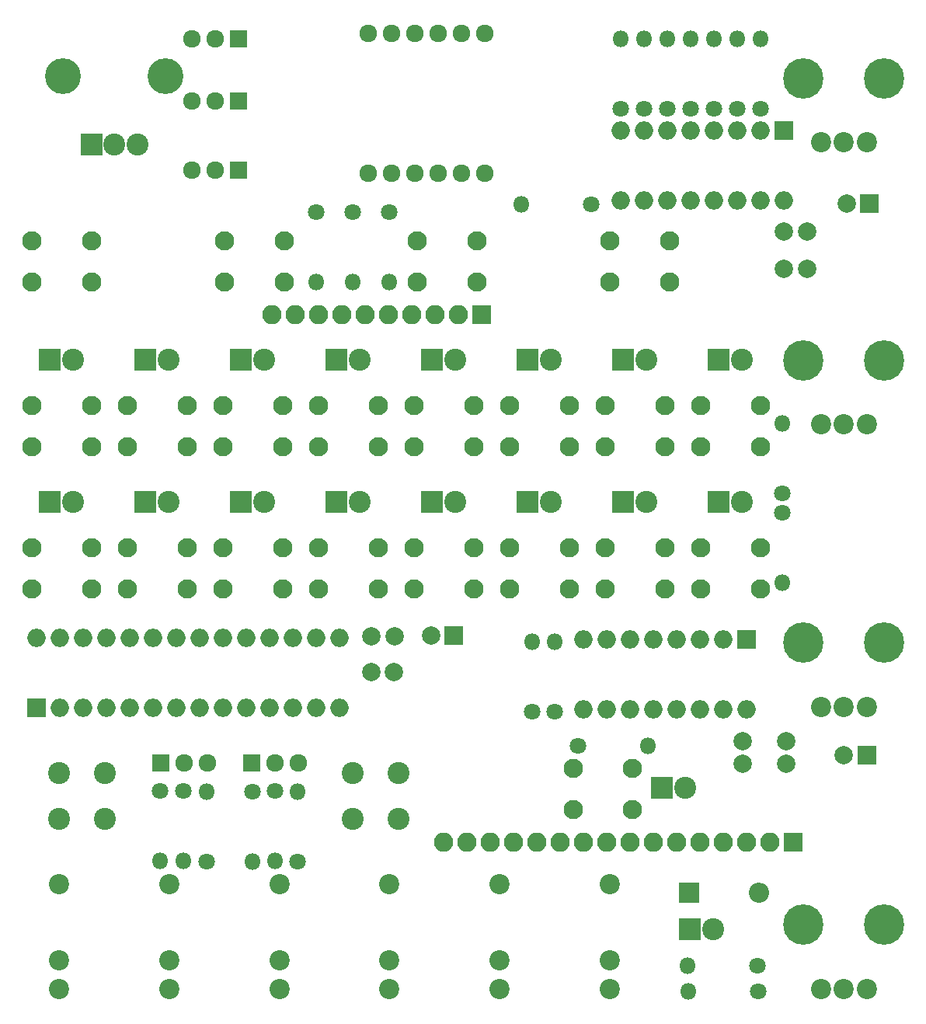
<source format=gbs>
G04 #@! TF.GenerationSoftware,KiCad,Pcbnew,(5.1.2)-1*
G04 #@! TF.CreationDate,2020-07-24T19:37:30-07:00*
G04 #@! TF.ProjectId,kicad-control-board,6b696361-642d-4636-9f6e-74726f6c2d62,rev?*
G04 #@! TF.SameCoordinates,Original*
G04 #@! TF.FileFunction,Soldermask,Bot*
G04 #@! TF.FilePolarity,Negative*
%FSLAX46Y46*%
G04 Gerber Fmt 4.6, Leading zero omitted, Abs format (unit mm)*
G04 Created by KiCad (PCBNEW (5.1.2)-1) date 2020-07-24 19:37:30*
%MOMM*%
%LPD*%
G04 APERTURE LIST*
%ADD10C,2.100000*%
%ADD11R,2.000000X2.000000*%
%ADD12O,2.000000X2.000000*%
%ADD13C,1.920000*%
%ADD14R,1.920000X1.920000*%
%ADD15C,2.000000*%
%ADD16C,4.400000*%
%ADD17C,2.200000*%
%ADD18R,2.100000X2.100000*%
%ADD19O,2.100000X2.100000*%
%ADD20C,1.924000*%
%ADD21O,1.800000X1.800000*%
%ADD22C,1.800000*%
%ADD23C,3.900000*%
%ADD24C,2.400000*%
%ADD25R,2.400000X2.400000*%
%ADD26O,2.200000X2.200000*%
%ADD27R,2.200000X2.200000*%
G04 APERTURE END LIST*
D10*
X74081630Y-60450000D03*
X67581630Y-60450000D03*
X74081630Y-55950000D03*
X67581630Y-55950000D03*
D11*
X97500000Y-26000000D03*
D12*
X79720000Y-33620000D03*
X94960000Y-26000000D03*
X82260000Y-33620000D03*
X92420000Y-26000000D03*
X84800000Y-33620000D03*
X89880000Y-26000000D03*
X87340000Y-33620000D03*
X87340000Y-26000000D03*
X89880000Y-33620000D03*
X84800000Y-26000000D03*
X92420000Y-33620000D03*
X82260000Y-26000000D03*
X94960000Y-33620000D03*
X79720000Y-26000000D03*
X97500000Y-33620000D03*
D13*
X35500000Y-16000000D03*
X32960000Y-16000000D03*
D14*
X38040000Y-16000000D03*
D13*
X41981120Y-94881700D03*
X44521120Y-94881700D03*
D14*
X39441120Y-94881700D03*
D13*
X32095440Y-94902020D03*
X34635440Y-94902020D03*
D14*
X29555440Y-94902020D03*
D13*
X35460000Y-30250000D03*
X32920000Y-30250000D03*
D14*
X38000000Y-30250000D03*
D13*
X35460000Y-22750000D03*
X32920000Y-22750000D03*
D14*
X38000000Y-22750000D03*
D15*
X93000000Y-92500000D03*
X93000000Y-95000000D03*
X55039260Y-81097120D03*
X52539260Y-81097120D03*
X97500000Y-37000000D03*
X100000000Y-37000000D03*
D16*
X108400000Y-112500000D03*
X99600000Y-112500000D03*
D17*
X106500000Y-119500000D03*
X104000000Y-119500000D03*
X101500000Y-119500000D03*
D16*
X108400000Y-81750000D03*
X99600000Y-81750000D03*
D17*
X106500000Y-88750000D03*
X104000000Y-88750000D03*
X101500000Y-88750000D03*
D16*
X108400000Y-51000000D03*
X99600000Y-51000000D03*
D17*
X106500000Y-58000000D03*
X104000000Y-58000000D03*
X101500000Y-58000000D03*
D16*
X108400000Y-20250000D03*
X99600000Y-20250000D03*
D17*
X106500000Y-27250000D03*
X104000000Y-27250000D03*
X101500000Y-27250000D03*
D18*
X98500000Y-103500000D03*
D19*
X95960000Y-103500000D03*
X93420000Y-103500000D03*
X90880000Y-103500000D03*
X88340000Y-103500000D03*
X85800000Y-103500000D03*
X83260000Y-103500000D03*
X80720000Y-103500000D03*
X78180000Y-103500000D03*
X75640000Y-103500000D03*
X73100000Y-103500000D03*
X70560000Y-103500000D03*
X68020000Y-103500000D03*
X65480000Y-103500000D03*
X62940000Y-103500000D03*
X60400000Y-103500000D03*
D12*
X93400000Y-89020000D03*
X75620000Y-81400000D03*
X90860000Y-89020000D03*
X78160000Y-81400000D03*
X88320000Y-89020000D03*
X80700000Y-81400000D03*
X85780000Y-89020000D03*
X83240000Y-81400000D03*
X83240000Y-89020000D03*
X85780000Y-81400000D03*
X80700000Y-89020000D03*
X88320000Y-81400000D03*
X78160000Y-89020000D03*
X90860000Y-81400000D03*
X75620000Y-89020000D03*
D11*
X93400000Y-81400000D03*
D10*
X53248978Y-60450000D03*
X46748978Y-60450000D03*
X53248978Y-55950000D03*
X46748978Y-55950000D03*
X32416326Y-75950000D03*
X25916326Y-75950000D03*
X32416326Y-71450000D03*
X25916326Y-71450000D03*
X22000000Y-75950000D03*
X15500000Y-75950000D03*
X22000000Y-71450000D03*
X15500000Y-71450000D03*
X63665304Y-60450000D03*
X57165304Y-60450000D03*
X63665304Y-55950000D03*
X57165304Y-55950000D03*
X22000000Y-60450000D03*
X15500000Y-60450000D03*
X22000000Y-55950000D03*
X15500000Y-55950000D03*
X32416326Y-60450000D03*
X25916326Y-60450000D03*
X32416326Y-55950000D03*
X25916326Y-55950000D03*
X42832652Y-60450000D03*
X36332652Y-60450000D03*
X42832652Y-55950000D03*
X36332652Y-55950000D03*
X94914284Y-60450000D03*
X88414284Y-60450000D03*
X94914284Y-55950000D03*
X88414284Y-55950000D03*
X84497956Y-60450000D03*
X77997956Y-60450000D03*
X84497956Y-55950000D03*
X77997956Y-55950000D03*
X42832652Y-75950000D03*
X36332652Y-75950000D03*
X42832652Y-71450000D03*
X36332652Y-71450000D03*
X53248978Y-75950000D03*
X46748978Y-75950000D03*
X53248978Y-71450000D03*
X46748978Y-71450000D03*
X94914284Y-75950000D03*
X88414284Y-75950000D03*
X94914284Y-71450000D03*
X88414284Y-71450000D03*
X84497956Y-75950000D03*
X77997956Y-75950000D03*
X84497956Y-71450000D03*
X77997956Y-71450000D03*
X74081630Y-75950000D03*
X67581630Y-75950000D03*
X74081630Y-71450000D03*
X67581630Y-71450000D03*
X63665304Y-75950000D03*
X57165304Y-75950000D03*
X63665304Y-71450000D03*
X57165304Y-71450000D03*
X43000000Y-42500000D03*
X36500000Y-42500000D03*
X43000000Y-38000000D03*
X36500000Y-38000000D03*
X64000000Y-42500000D03*
X57500000Y-42500000D03*
X64000000Y-38000000D03*
X57500000Y-38000000D03*
X85000000Y-42500000D03*
X78500000Y-42500000D03*
X85000000Y-38000000D03*
X78500000Y-38000000D03*
X22000000Y-42500000D03*
X15500000Y-42500000D03*
X22000000Y-38000000D03*
X15500000Y-38000000D03*
X74500000Y-95500000D03*
X81000000Y-95500000D03*
X74500000Y-100000000D03*
X81000000Y-100000000D03*
D20*
X52150000Y-30620000D03*
X54690000Y-30620000D03*
X57230000Y-30620000D03*
X59770000Y-30620000D03*
X62310000Y-30620000D03*
X64850000Y-30620000D03*
X64850000Y-15380000D03*
X62310000Y-15380000D03*
X59770000Y-15380000D03*
X57230000Y-15380000D03*
X54690000Y-15380000D03*
X52150000Y-15380000D03*
D12*
X16000000Y-81280000D03*
X49020000Y-88900000D03*
X18540000Y-81280000D03*
X46480000Y-88900000D03*
X21080000Y-81280000D03*
X43940000Y-88900000D03*
X23620000Y-81280000D03*
X41400000Y-88900000D03*
X26160000Y-81280000D03*
X38860000Y-88900000D03*
X28700000Y-81280000D03*
X36320000Y-88900000D03*
X31240000Y-81280000D03*
X33780000Y-88900000D03*
X33780000Y-81280000D03*
X31240000Y-88900000D03*
X36320000Y-81280000D03*
X28700000Y-88900000D03*
X38860000Y-81280000D03*
X26160000Y-88900000D03*
X41400000Y-81280000D03*
X23620000Y-88900000D03*
X43940000Y-81280000D03*
X21080000Y-88900000D03*
X46480000Y-81280000D03*
X18540000Y-88900000D03*
X49020000Y-81280000D03*
D11*
X16000000Y-88900000D03*
D21*
X39600000Y-105620000D03*
D22*
X39600000Y-98000000D03*
D15*
X59000000Y-81000000D03*
D11*
X61500000Y-81000000D03*
D23*
X30100000Y-20000000D03*
X18900000Y-20000000D03*
D24*
X27000000Y-27500000D03*
X24500000Y-27500000D03*
D25*
X22000000Y-27500000D03*
D22*
X54500000Y-34850000D03*
D21*
X54500000Y-42470000D03*
X50500000Y-42470000D03*
D22*
X50500000Y-34850000D03*
X46500000Y-34850000D03*
D21*
X46500000Y-42470000D03*
X82620000Y-93000000D03*
D22*
X75000000Y-93000000D03*
X34550000Y-105600000D03*
D21*
X34550000Y-97980000D03*
X32050000Y-105570000D03*
D22*
X32050000Y-97950000D03*
X42050000Y-97950000D03*
D21*
X42050000Y-105570000D03*
D22*
X94610000Y-116990000D03*
D21*
X86990000Y-116990000D03*
X87020000Y-119770000D03*
D22*
X94640000Y-119770000D03*
X44450000Y-105600000D03*
D21*
X44450000Y-97980000D03*
X97290000Y-57890000D03*
D22*
X97290000Y-65510000D03*
X97330000Y-67650000D03*
D21*
X97330000Y-75270000D03*
X70000000Y-81630000D03*
D22*
X70000000Y-89250000D03*
X72500000Y-89250000D03*
D21*
X72500000Y-81630000D03*
X68880000Y-34000000D03*
D22*
X76500000Y-34000000D03*
X79660000Y-23590000D03*
D21*
X79660000Y-15970000D03*
X89826664Y-15970000D03*
D22*
X89826664Y-23590000D03*
X87284998Y-23590000D03*
D21*
X87284998Y-15970000D03*
X84743332Y-15970000D03*
D22*
X84743332Y-23590000D03*
X82201666Y-23590000D03*
D21*
X82201666Y-15970000D03*
X29500000Y-105570000D03*
D22*
X29500000Y-97950000D03*
X94910000Y-23590000D03*
D21*
X94910000Y-15970000D03*
X92368330Y-15970000D03*
D22*
X92368330Y-23590000D03*
D15*
X97750000Y-95000000D03*
X97750000Y-92500000D03*
X104000000Y-94000000D03*
D11*
X106500000Y-94000000D03*
D15*
X55000000Y-85000000D03*
X52500000Y-85000000D03*
X104300000Y-33950000D03*
D11*
X106800000Y-33950000D03*
D15*
X100000000Y-41000000D03*
X97500000Y-41000000D03*
D25*
X17430000Y-50950000D03*
D24*
X19970000Y-50950000D03*
D25*
X27846326Y-50950000D03*
D24*
X30386326Y-50950000D03*
X40802652Y-50950000D03*
D25*
X38262652Y-50950000D03*
D24*
X51218978Y-50950000D03*
D25*
X48678978Y-50950000D03*
X90344284Y-50950000D03*
D24*
X92884284Y-50950000D03*
D25*
X79927956Y-50950000D03*
D24*
X82467956Y-50950000D03*
D25*
X69511630Y-50950000D03*
D24*
X72051630Y-50950000D03*
D25*
X59095304Y-50950000D03*
D24*
X61635304Y-50950000D03*
D25*
X17430000Y-66450000D03*
D24*
X19970000Y-66450000D03*
D25*
X27846326Y-66450000D03*
D24*
X30386326Y-66450000D03*
D25*
X38262652Y-66450000D03*
D24*
X40802652Y-66450000D03*
D25*
X48678978Y-66450000D03*
D24*
X51218978Y-66450000D03*
X92884284Y-66450000D03*
D25*
X90344284Y-66450000D03*
D24*
X82467956Y-66450000D03*
D25*
X79927956Y-66450000D03*
X69511630Y-66450000D03*
D24*
X72051630Y-66450000D03*
D25*
X59095304Y-66450000D03*
D24*
X61635304Y-66450000D03*
D25*
X87230000Y-113000000D03*
D24*
X89770000Y-113000000D03*
X86720000Y-97600000D03*
D25*
X84180000Y-97600000D03*
D26*
X94800000Y-109060000D03*
D27*
X87180000Y-109060000D03*
D18*
X64500000Y-46000000D03*
D19*
X61960000Y-46000000D03*
X59420000Y-46000000D03*
X56880000Y-46000000D03*
X54340000Y-46000000D03*
X51800000Y-46000000D03*
X49260000Y-46000000D03*
X46720000Y-46000000D03*
X44180000Y-46000000D03*
X41640000Y-46000000D03*
D17*
X78500000Y-108080000D03*
X78500000Y-119480000D03*
X78500000Y-116380000D03*
X66500000Y-108080000D03*
X66500000Y-119480000D03*
X66500000Y-116380000D03*
X18500000Y-116380000D03*
X18500000Y-119480000D03*
X18500000Y-108080000D03*
X54500000Y-116380000D03*
X54500000Y-119480000D03*
X54500000Y-108080000D03*
X42500000Y-116380000D03*
X42500000Y-119480000D03*
X42500000Y-108080000D03*
X30500000Y-108080000D03*
X30500000Y-119480000D03*
X30500000Y-116380000D03*
D24*
X18500000Y-96000000D03*
X23500000Y-96000000D03*
X23500000Y-101000000D03*
X18500000Y-101000000D03*
X50500000Y-101000000D03*
X55500000Y-101000000D03*
X55500000Y-96000000D03*
X50500000Y-96000000D03*
M02*

</source>
